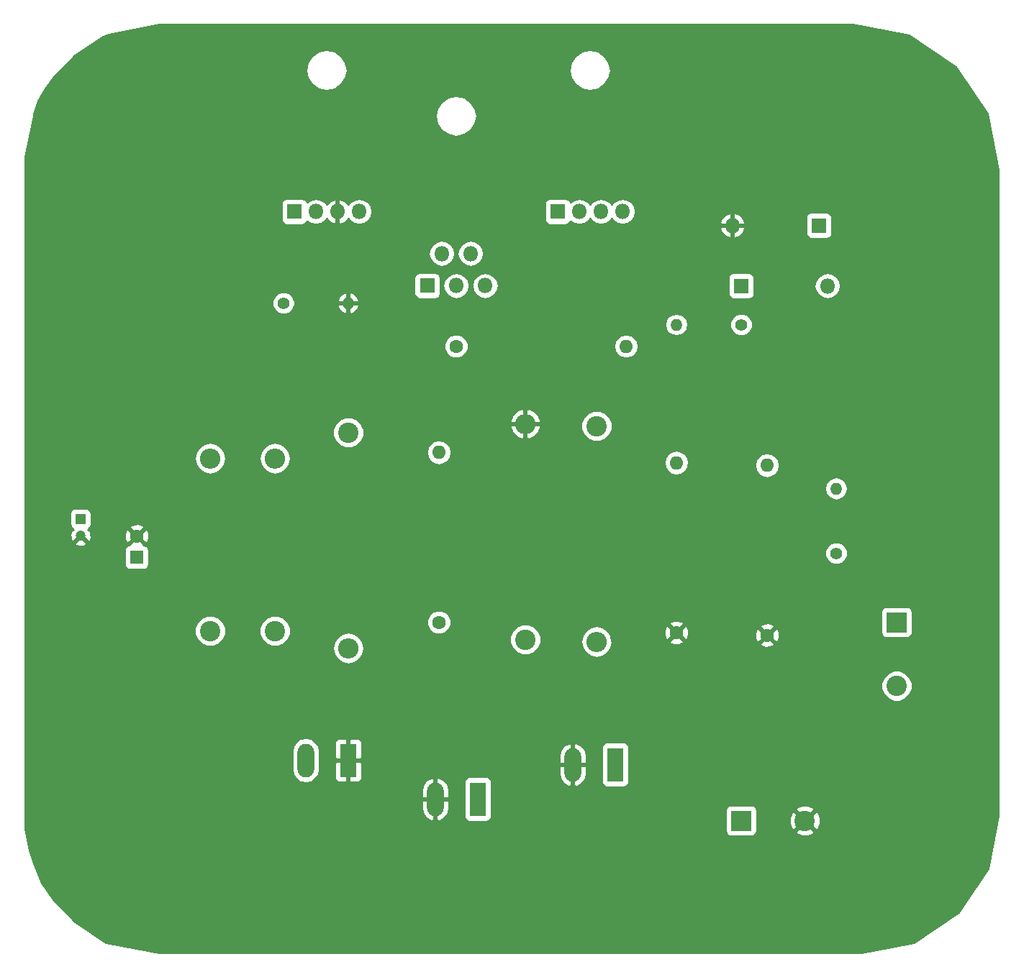
<source format=gbr>
G04 #@! TF.FileFunction,Copper,L2,Bot,Signal*
%FSLAX46Y46*%
G04 Gerber Fmt 4.6, Leading zero omitted, Abs format (unit mm)*
G04 Created by KiCad (PCBNEW 4.0.5) date 05/30/17 01:02:00*
%MOMM*%
%LPD*%
G01*
G04 APERTURE LIST*
%ADD10C,0.100000*%
%ADD11R,2.400000X2.400000*%
%ADD12C,2.400000*%
%ADD13R,1.800000X1.800000*%
%ADD14O,1.800000X1.800000*%
%ADD15C,1.600000*%
%ADD16O,1.600000X1.600000*%
%ADD17R,1.600000X1.600000*%
%ADD18R,1.980000X3.960000*%
%ADD19O,1.980000X3.960000*%
%ADD20O,2.400000X2.400000*%
%ADD21C,1.400000*%
%ADD22O,1.400000X1.400000*%
%ADD23R,1.200000X1.200000*%
%ADD24C,1.200000*%
%ADD25C,0.254000*%
G04 APERTURE END LIST*
D10*
D11*
X145288000Y-121412000D03*
D12*
X152788000Y-121412000D03*
D13*
X108360000Y-58410000D03*
D14*
X110060000Y-54610000D03*
X111760000Y-58410000D03*
X113460000Y-54610000D03*
X115160000Y-58410000D03*
D13*
X123698000Y-49680000D03*
D14*
X126238000Y-49680000D03*
X128778000Y-49680000D03*
X131318000Y-49680000D03*
D15*
X109728000Y-98044000D03*
D16*
X109728000Y-78044000D03*
D17*
X74168000Y-90384000D03*
D15*
X74168000Y-87884000D03*
X137668000Y-99248000D03*
D16*
X137668000Y-79248000D03*
D15*
X111760000Y-65532000D03*
D16*
X131760000Y-65532000D03*
D15*
X148336000Y-99568000D03*
D16*
X148336000Y-79568000D03*
D11*
X163576000Y-98044000D03*
D12*
X163576000Y-105544000D03*
D13*
X145288000Y-58420000D03*
D14*
X155448000Y-58420000D03*
D13*
X154432000Y-51308000D03*
D14*
X144272000Y-51308000D03*
D18*
X99060000Y-114300000D03*
D19*
X94060000Y-114300000D03*
D18*
X114300000Y-118872000D03*
D19*
X109300000Y-118872000D03*
D18*
X130476000Y-114808000D03*
D19*
X125476000Y-114808000D03*
D13*
X92710000Y-49680000D03*
D14*
X95250000Y-49680000D03*
X97790000Y-49680000D03*
X100330000Y-49680000D03*
D12*
X128270000Y-74930000D03*
D20*
X128270000Y-100330000D03*
D12*
X82804000Y-99060000D03*
D20*
X82804000Y-78740000D03*
D12*
X90424000Y-99060000D03*
D20*
X90424000Y-78740000D03*
D21*
X145288000Y-62992000D03*
D22*
X137668000Y-62992000D03*
D21*
X91440000Y-60452000D03*
D22*
X99060000Y-60452000D03*
D21*
X156464000Y-89916000D03*
D22*
X156464000Y-82296000D03*
D12*
X119888000Y-100076000D03*
D20*
X119888000Y-74676000D03*
D12*
X99060000Y-75692000D03*
D20*
X99060000Y-101092000D03*
D23*
X67564000Y-85852000D03*
D24*
X67564000Y-87852000D03*
D25*
G36*
X165023083Y-28946227D02*
X170556478Y-32643522D01*
X174253772Y-38176918D01*
X175566000Y-44773931D01*
X175566000Y-120834069D01*
X174331110Y-127042278D01*
X170854057Y-132246057D01*
X165650277Y-135723111D01*
X159442069Y-136958000D01*
X76777931Y-136958000D01*
X70569722Y-135723110D01*
X66908097Y-133276491D01*
X64335508Y-130703902D01*
X62995148Y-128697910D01*
X62095301Y-126448293D01*
X61590984Y-124935341D01*
X61087000Y-122415423D01*
X61087000Y-118999000D01*
X107675000Y-118999000D01*
X107675000Y-119989000D01*
X107847297Y-120601193D01*
X108240754Y-121100851D01*
X108795472Y-121411905D01*
X108921135Y-121442218D01*
X109173000Y-121322740D01*
X109173000Y-118999000D01*
X109427000Y-118999000D01*
X109427000Y-121322740D01*
X109678865Y-121442218D01*
X109804528Y-121411905D01*
X110359246Y-121100851D01*
X110752703Y-120601193D01*
X110925000Y-119989000D01*
X110925000Y-118999000D01*
X109427000Y-118999000D01*
X109173000Y-118999000D01*
X107675000Y-118999000D01*
X61087000Y-118999000D01*
X61087000Y-117755000D01*
X107675000Y-117755000D01*
X107675000Y-118745000D01*
X109173000Y-118745000D01*
X109173000Y-116421260D01*
X109427000Y-116421260D01*
X109427000Y-118745000D01*
X110925000Y-118745000D01*
X110925000Y-117755000D01*
X110752703Y-117142807D01*
X110555205Y-116892000D01*
X112662560Y-116892000D01*
X112662560Y-120852000D01*
X112706838Y-121087317D01*
X112845910Y-121303441D01*
X113058110Y-121448431D01*
X113310000Y-121499440D01*
X115290000Y-121499440D01*
X115525317Y-121455162D01*
X115741441Y-121316090D01*
X115886431Y-121103890D01*
X115937440Y-120852000D01*
X115937440Y-120212000D01*
X143440560Y-120212000D01*
X143440560Y-122612000D01*
X143484838Y-122847317D01*
X143623910Y-123063441D01*
X143836110Y-123208431D01*
X144088000Y-123259440D01*
X146488000Y-123259440D01*
X146723317Y-123215162D01*
X146939441Y-123076090D01*
X147084431Y-122863890D01*
X147115761Y-122709175D01*
X151670430Y-122709175D01*
X151793565Y-122996788D01*
X152475734Y-123256707D01*
X153205443Y-123235786D01*
X153782435Y-122996788D01*
X153905570Y-122709175D01*
X152788000Y-121591605D01*
X151670430Y-122709175D01*
X147115761Y-122709175D01*
X147135440Y-122612000D01*
X147135440Y-121099734D01*
X150943293Y-121099734D01*
X150964214Y-121829443D01*
X151203212Y-122406435D01*
X151490825Y-122529570D01*
X152608395Y-121412000D01*
X152967605Y-121412000D01*
X154085175Y-122529570D01*
X154372788Y-122406435D01*
X154632707Y-121724266D01*
X154611786Y-120994557D01*
X154372788Y-120417565D01*
X154085175Y-120294430D01*
X152967605Y-121412000D01*
X152608395Y-121412000D01*
X151490825Y-120294430D01*
X151203212Y-120417565D01*
X150943293Y-121099734D01*
X147135440Y-121099734D01*
X147135440Y-120212000D01*
X147117156Y-120114825D01*
X151670430Y-120114825D01*
X152788000Y-121232395D01*
X153905570Y-120114825D01*
X153782435Y-119827212D01*
X153100266Y-119567293D01*
X152370557Y-119588214D01*
X151793565Y-119827212D01*
X151670430Y-120114825D01*
X147117156Y-120114825D01*
X147091162Y-119976683D01*
X146952090Y-119760559D01*
X146739890Y-119615569D01*
X146488000Y-119564560D01*
X144088000Y-119564560D01*
X143852683Y-119608838D01*
X143636559Y-119747910D01*
X143491569Y-119960110D01*
X143440560Y-120212000D01*
X115937440Y-120212000D01*
X115937440Y-116892000D01*
X115893162Y-116656683D01*
X115754090Y-116440559D01*
X115541890Y-116295569D01*
X115290000Y-116244560D01*
X113310000Y-116244560D01*
X113074683Y-116288838D01*
X112858559Y-116427910D01*
X112713569Y-116640110D01*
X112662560Y-116892000D01*
X110555205Y-116892000D01*
X110359246Y-116643149D01*
X109804528Y-116332095D01*
X109678865Y-116301782D01*
X109427000Y-116421260D01*
X109173000Y-116421260D01*
X108921135Y-116301782D01*
X108795472Y-116332095D01*
X108240754Y-116643149D01*
X107847297Y-117142807D01*
X107675000Y-117755000D01*
X61087000Y-117755000D01*
X61087000Y-113258769D01*
X92435000Y-113258769D01*
X92435000Y-115341231D01*
X92558696Y-115963092D01*
X92910951Y-116490280D01*
X93438139Y-116842535D01*
X94060000Y-116966231D01*
X94681861Y-116842535D01*
X95209049Y-116490280D01*
X95561304Y-115963092D01*
X95685000Y-115341231D01*
X95685000Y-114585750D01*
X97435000Y-114585750D01*
X97435000Y-116406310D01*
X97531673Y-116639699D01*
X97710302Y-116818327D01*
X97943691Y-116915000D01*
X98774250Y-116915000D01*
X98933000Y-116756250D01*
X98933000Y-114427000D01*
X99187000Y-114427000D01*
X99187000Y-116756250D01*
X99345750Y-116915000D01*
X100176309Y-116915000D01*
X100409698Y-116818327D01*
X100588327Y-116639699D01*
X100685000Y-116406310D01*
X100685000Y-114935000D01*
X123851000Y-114935000D01*
X123851000Y-115925000D01*
X124023297Y-116537193D01*
X124416754Y-117036851D01*
X124971472Y-117347905D01*
X125097135Y-117378218D01*
X125349000Y-117258740D01*
X125349000Y-114935000D01*
X125603000Y-114935000D01*
X125603000Y-117258740D01*
X125854865Y-117378218D01*
X125980528Y-117347905D01*
X126535246Y-117036851D01*
X126928703Y-116537193D01*
X127101000Y-115925000D01*
X127101000Y-114935000D01*
X125603000Y-114935000D01*
X125349000Y-114935000D01*
X123851000Y-114935000D01*
X100685000Y-114935000D01*
X100685000Y-114585750D01*
X100526250Y-114427000D01*
X99187000Y-114427000D01*
X98933000Y-114427000D01*
X97593750Y-114427000D01*
X97435000Y-114585750D01*
X95685000Y-114585750D01*
X95685000Y-113258769D01*
X95561304Y-112636908D01*
X95265156Y-112193690D01*
X97435000Y-112193690D01*
X97435000Y-114014250D01*
X97593750Y-114173000D01*
X98933000Y-114173000D01*
X98933000Y-111843750D01*
X99187000Y-111843750D01*
X99187000Y-114173000D01*
X100526250Y-114173000D01*
X100685000Y-114014250D01*
X100685000Y-113691000D01*
X123851000Y-113691000D01*
X123851000Y-114681000D01*
X125349000Y-114681000D01*
X125349000Y-112357260D01*
X125603000Y-112357260D01*
X125603000Y-114681000D01*
X127101000Y-114681000D01*
X127101000Y-113691000D01*
X126928703Y-113078807D01*
X126731205Y-112828000D01*
X128838560Y-112828000D01*
X128838560Y-116788000D01*
X128882838Y-117023317D01*
X129021910Y-117239441D01*
X129234110Y-117384431D01*
X129486000Y-117435440D01*
X131466000Y-117435440D01*
X131701317Y-117391162D01*
X131917441Y-117252090D01*
X132062431Y-117039890D01*
X132113440Y-116788000D01*
X132113440Y-112828000D01*
X132069162Y-112592683D01*
X131930090Y-112376559D01*
X131717890Y-112231569D01*
X131466000Y-112180560D01*
X129486000Y-112180560D01*
X129250683Y-112224838D01*
X129034559Y-112363910D01*
X128889569Y-112576110D01*
X128838560Y-112828000D01*
X126731205Y-112828000D01*
X126535246Y-112579149D01*
X125980528Y-112268095D01*
X125854865Y-112237782D01*
X125603000Y-112357260D01*
X125349000Y-112357260D01*
X125097135Y-112237782D01*
X124971472Y-112268095D01*
X124416754Y-112579149D01*
X124023297Y-113078807D01*
X123851000Y-113691000D01*
X100685000Y-113691000D01*
X100685000Y-112193690D01*
X100588327Y-111960301D01*
X100409698Y-111781673D01*
X100176309Y-111685000D01*
X99345750Y-111685000D01*
X99187000Y-111843750D01*
X98933000Y-111843750D01*
X98774250Y-111685000D01*
X97943691Y-111685000D01*
X97710302Y-111781673D01*
X97531673Y-111960301D01*
X97435000Y-112193690D01*
X95265156Y-112193690D01*
X95209049Y-112109720D01*
X94681861Y-111757465D01*
X94060000Y-111633769D01*
X93438139Y-111757465D01*
X92910951Y-112109720D01*
X92558696Y-112636908D01*
X92435000Y-113258769D01*
X61087000Y-113258769D01*
X61087000Y-105907403D01*
X161740682Y-105907403D01*
X162019455Y-106582086D01*
X162535199Y-107098730D01*
X163209395Y-107378681D01*
X163939403Y-107379318D01*
X164614086Y-107100545D01*
X165130730Y-106584801D01*
X165410681Y-105910605D01*
X165411318Y-105180597D01*
X165132545Y-104505914D01*
X164616801Y-103989270D01*
X163942605Y-103709319D01*
X163212597Y-103708682D01*
X162537914Y-103987455D01*
X162021270Y-104503199D01*
X161741319Y-105177395D01*
X161740682Y-105907403D01*
X61087000Y-105907403D01*
X61087000Y-101056050D01*
X97225000Y-101056050D01*
X97225000Y-101127950D01*
X97364681Y-101830174D01*
X97762459Y-102425491D01*
X98357776Y-102823269D01*
X99060000Y-102962950D01*
X99762224Y-102823269D01*
X100357541Y-102425491D01*
X100755319Y-101830174D01*
X100895000Y-101127950D01*
X100895000Y-101056050D01*
X100772342Y-100439403D01*
X118052682Y-100439403D01*
X118331455Y-101114086D01*
X118847199Y-101630730D01*
X119521395Y-101910681D01*
X120251403Y-101911318D01*
X120926086Y-101632545D01*
X121442730Y-101116801D01*
X121722681Y-100442605D01*
X121722810Y-100294050D01*
X126435000Y-100294050D01*
X126435000Y-100365950D01*
X126574681Y-101068174D01*
X126972459Y-101663491D01*
X127567776Y-102061269D01*
X128270000Y-102200950D01*
X128972224Y-102061269D01*
X129567541Y-101663491D01*
X129965319Y-101068174D01*
X130105000Y-100365950D01*
X130105000Y-100294050D01*
X130097381Y-100255745D01*
X136839861Y-100255745D01*
X136913995Y-100501864D01*
X137451223Y-100694965D01*
X138021454Y-100667778D01*
X138243640Y-100575745D01*
X147507861Y-100575745D01*
X147581995Y-100821864D01*
X148119223Y-101014965D01*
X148689454Y-100987778D01*
X149090005Y-100821864D01*
X149164139Y-100575745D01*
X148336000Y-99747605D01*
X147507861Y-100575745D01*
X138243640Y-100575745D01*
X138422005Y-100501864D01*
X138496139Y-100255745D01*
X137668000Y-99427605D01*
X136839861Y-100255745D01*
X130097381Y-100255745D01*
X129965319Y-99591826D01*
X129590737Y-99031223D01*
X136221035Y-99031223D01*
X136248222Y-99601454D01*
X136414136Y-100002005D01*
X136660255Y-100076139D01*
X137488395Y-99248000D01*
X137847605Y-99248000D01*
X138675745Y-100076139D01*
X138921864Y-100002005D01*
X139114965Y-99464777D01*
X139109552Y-99351223D01*
X146889035Y-99351223D01*
X146916222Y-99921454D01*
X147082136Y-100322005D01*
X147328255Y-100396139D01*
X148156395Y-99568000D01*
X148515605Y-99568000D01*
X149343745Y-100396139D01*
X149589864Y-100322005D01*
X149782965Y-99784777D01*
X149755778Y-99214546D01*
X149589864Y-98813995D01*
X149343745Y-98739861D01*
X148515605Y-99568000D01*
X148156395Y-99568000D01*
X147328255Y-98739861D01*
X147082136Y-98813995D01*
X146889035Y-99351223D01*
X139109552Y-99351223D01*
X139087778Y-98894546D01*
X138949310Y-98560255D01*
X147507861Y-98560255D01*
X148336000Y-99388395D01*
X149164139Y-98560255D01*
X149090005Y-98314136D01*
X148552777Y-98121035D01*
X147982546Y-98148222D01*
X147581995Y-98314136D01*
X147507861Y-98560255D01*
X138949310Y-98560255D01*
X138921864Y-98493995D01*
X138675745Y-98419861D01*
X137847605Y-99248000D01*
X137488395Y-99248000D01*
X136660255Y-98419861D01*
X136414136Y-98493995D01*
X136221035Y-99031223D01*
X129590737Y-99031223D01*
X129567541Y-98996509D01*
X128972224Y-98598731D01*
X128270000Y-98459050D01*
X127567776Y-98598731D01*
X126972459Y-98996509D01*
X126574681Y-99591826D01*
X126435000Y-100294050D01*
X121722810Y-100294050D01*
X121723318Y-99712597D01*
X121444545Y-99037914D01*
X120928801Y-98521270D01*
X120254605Y-98241319D01*
X119524597Y-98240682D01*
X118849914Y-98519455D01*
X118333270Y-99035199D01*
X118053319Y-99709395D01*
X118052682Y-100439403D01*
X100772342Y-100439403D01*
X100755319Y-100353826D01*
X100357541Y-99758509D01*
X99762224Y-99360731D01*
X99060000Y-99221050D01*
X98357776Y-99360731D01*
X97762459Y-99758509D01*
X97364681Y-100353826D01*
X97225000Y-101056050D01*
X61087000Y-101056050D01*
X61087000Y-99423403D01*
X80968682Y-99423403D01*
X81247455Y-100098086D01*
X81763199Y-100614730D01*
X82437395Y-100894681D01*
X83167403Y-100895318D01*
X83842086Y-100616545D01*
X84358730Y-100100801D01*
X84638681Y-99426605D01*
X84638683Y-99423403D01*
X88588682Y-99423403D01*
X88867455Y-100098086D01*
X89383199Y-100614730D01*
X90057395Y-100894681D01*
X90787403Y-100895318D01*
X91462086Y-100616545D01*
X91978730Y-100100801D01*
X92258681Y-99426605D01*
X92259318Y-98696597D01*
X92107095Y-98328187D01*
X108292752Y-98328187D01*
X108510757Y-98855800D01*
X108914077Y-99259824D01*
X109441309Y-99478750D01*
X110012187Y-99479248D01*
X110539800Y-99261243D01*
X110943824Y-98857923D01*
X111162750Y-98330691D01*
X111162828Y-98240255D01*
X136839861Y-98240255D01*
X137668000Y-99068395D01*
X138496139Y-98240255D01*
X138422005Y-97994136D01*
X137884777Y-97801035D01*
X137314546Y-97828222D01*
X136913995Y-97994136D01*
X136839861Y-98240255D01*
X111162828Y-98240255D01*
X111163248Y-97759813D01*
X110945243Y-97232200D01*
X110557720Y-96844000D01*
X161728560Y-96844000D01*
X161728560Y-99244000D01*
X161772838Y-99479317D01*
X161911910Y-99695441D01*
X162124110Y-99840431D01*
X162376000Y-99891440D01*
X164776000Y-99891440D01*
X165011317Y-99847162D01*
X165227441Y-99708090D01*
X165372431Y-99495890D01*
X165423440Y-99244000D01*
X165423440Y-96844000D01*
X165379162Y-96608683D01*
X165240090Y-96392559D01*
X165027890Y-96247569D01*
X164776000Y-96196560D01*
X162376000Y-96196560D01*
X162140683Y-96240838D01*
X161924559Y-96379910D01*
X161779569Y-96592110D01*
X161728560Y-96844000D01*
X110557720Y-96844000D01*
X110541923Y-96828176D01*
X110014691Y-96609250D01*
X109443813Y-96608752D01*
X108916200Y-96826757D01*
X108512176Y-97230077D01*
X108293250Y-97757309D01*
X108292752Y-98328187D01*
X92107095Y-98328187D01*
X91980545Y-98021914D01*
X91464801Y-97505270D01*
X90790605Y-97225319D01*
X90060597Y-97224682D01*
X89385914Y-97503455D01*
X88869270Y-98019199D01*
X88589319Y-98693395D01*
X88588682Y-99423403D01*
X84638683Y-99423403D01*
X84639318Y-98696597D01*
X84360545Y-98021914D01*
X83844801Y-97505270D01*
X83170605Y-97225319D01*
X82440597Y-97224682D01*
X81765914Y-97503455D01*
X81249270Y-98019199D01*
X80969319Y-98693395D01*
X80968682Y-99423403D01*
X61087000Y-99423403D01*
X61087000Y-89584000D01*
X72720560Y-89584000D01*
X72720560Y-91184000D01*
X72764838Y-91419317D01*
X72903910Y-91635441D01*
X73116110Y-91780431D01*
X73368000Y-91831440D01*
X74968000Y-91831440D01*
X75203317Y-91787162D01*
X75419441Y-91648090D01*
X75564431Y-91435890D01*
X75615440Y-91184000D01*
X75615440Y-90180383D01*
X155128769Y-90180383D01*
X155331582Y-90671229D01*
X155706796Y-91047098D01*
X156197287Y-91250768D01*
X156728383Y-91251231D01*
X157219229Y-91048418D01*
X157595098Y-90673204D01*
X157798768Y-90182713D01*
X157799231Y-89651617D01*
X157596418Y-89160771D01*
X157221204Y-88784902D01*
X156730713Y-88581232D01*
X156199617Y-88580769D01*
X155708771Y-88783582D01*
X155332902Y-89158796D01*
X155129232Y-89649287D01*
X155128769Y-90180383D01*
X75615440Y-90180383D01*
X75615440Y-89584000D01*
X75571162Y-89348683D01*
X75432090Y-89132559D01*
X75219890Y-88987569D01*
X74981799Y-88939354D01*
X74996139Y-88891745D01*
X74168000Y-88063605D01*
X73339861Y-88891745D01*
X73354145Y-88939167D01*
X73132683Y-88980838D01*
X72916559Y-89119910D01*
X72771569Y-89332110D01*
X72720560Y-89584000D01*
X61087000Y-89584000D01*
X61087000Y-88714735D01*
X66880870Y-88714735D01*
X66930383Y-88940164D01*
X67395036Y-89099807D01*
X67885413Y-89069482D01*
X68197617Y-88940164D01*
X68247130Y-88714735D01*
X67564000Y-88031605D01*
X66880870Y-88714735D01*
X61087000Y-88714735D01*
X61087000Y-87683036D01*
X66316193Y-87683036D01*
X66346518Y-88173413D01*
X66475836Y-88485617D01*
X66701265Y-88535130D01*
X67384395Y-87852000D01*
X67370253Y-87837858D01*
X67549858Y-87658253D01*
X67564000Y-87672395D01*
X67578143Y-87658253D01*
X67757748Y-87837858D01*
X67743605Y-87852000D01*
X68426735Y-88535130D01*
X68652164Y-88485617D01*
X68811807Y-88020964D01*
X68789932Y-87667223D01*
X72721035Y-87667223D01*
X72748222Y-88237454D01*
X72914136Y-88638005D01*
X73160255Y-88712139D01*
X73988395Y-87884000D01*
X74347605Y-87884000D01*
X75175745Y-88712139D01*
X75421864Y-88638005D01*
X75614965Y-88100777D01*
X75587778Y-87530546D01*
X75421864Y-87129995D01*
X75175745Y-87055861D01*
X74347605Y-87884000D01*
X73988395Y-87884000D01*
X73160255Y-87055861D01*
X72914136Y-87129995D01*
X72721035Y-87667223D01*
X68789932Y-87667223D01*
X68781482Y-87530587D01*
X68652164Y-87218383D01*
X68426737Y-87168871D01*
X68542430Y-87053178D01*
X68487603Y-86998351D01*
X68615441Y-86916090D01*
X68642659Y-86876255D01*
X73339861Y-86876255D01*
X74168000Y-87704395D01*
X74996139Y-86876255D01*
X74922005Y-86630136D01*
X74384777Y-86437035D01*
X73814546Y-86464222D01*
X73413995Y-86630136D01*
X73339861Y-86876255D01*
X68642659Y-86876255D01*
X68760431Y-86703890D01*
X68811440Y-86452000D01*
X68811440Y-85252000D01*
X68767162Y-85016683D01*
X68628090Y-84800559D01*
X68415890Y-84655569D01*
X68164000Y-84604560D01*
X66964000Y-84604560D01*
X66728683Y-84648838D01*
X66512559Y-84787910D01*
X66367569Y-85000110D01*
X66316560Y-85252000D01*
X66316560Y-86452000D01*
X66360838Y-86687317D01*
X66499910Y-86903441D01*
X66639755Y-86998993D01*
X66585570Y-87053178D01*
X66701263Y-87168871D01*
X66475836Y-87218383D01*
X66316193Y-87683036D01*
X61087000Y-87683036D01*
X61087000Y-82269846D01*
X155129000Y-82269846D01*
X155129000Y-82322154D01*
X155230621Y-82833036D01*
X155520012Y-83266142D01*
X155953118Y-83555533D01*
X156464000Y-83657154D01*
X156974882Y-83555533D01*
X157407988Y-83266142D01*
X157697379Y-82833036D01*
X157799000Y-82322154D01*
X157799000Y-82269846D01*
X157697379Y-81758964D01*
X157407988Y-81325858D01*
X156974882Y-81036467D01*
X156464000Y-80934846D01*
X155953118Y-81036467D01*
X155520012Y-81325858D01*
X155230621Y-81758964D01*
X155129000Y-82269846D01*
X61087000Y-82269846D01*
X61087000Y-78704050D01*
X80969000Y-78704050D01*
X80969000Y-78775950D01*
X81108681Y-79478174D01*
X81506459Y-80073491D01*
X82101776Y-80471269D01*
X82804000Y-80610950D01*
X83506224Y-80471269D01*
X84101541Y-80073491D01*
X84499319Y-79478174D01*
X84639000Y-78775950D01*
X84639000Y-78704050D01*
X88589000Y-78704050D01*
X88589000Y-78775950D01*
X88728681Y-79478174D01*
X89126459Y-80073491D01*
X89721776Y-80471269D01*
X90424000Y-80610950D01*
X91126224Y-80471269D01*
X91721541Y-80073491D01*
X92119319Y-79478174D01*
X92259000Y-78775950D01*
X92259000Y-78704050D01*
X92122116Y-78015887D01*
X108293000Y-78015887D01*
X108293000Y-78072113D01*
X108402233Y-78621264D01*
X108713302Y-79086811D01*
X109178849Y-79397880D01*
X109728000Y-79507113D01*
X110277151Y-79397880D01*
X110543535Y-79219887D01*
X136233000Y-79219887D01*
X136233000Y-79276113D01*
X136342233Y-79825264D01*
X136653302Y-80290811D01*
X137118849Y-80601880D01*
X137668000Y-80711113D01*
X138217151Y-80601880D01*
X138682698Y-80290811D01*
X138993767Y-79825264D01*
X139050532Y-79539887D01*
X146901000Y-79539887D01*
X146901000Y-79596113D01*
X147010233Y-80145264D01*
X147321302Y-80610811D01*
X147786849Y-80921880D01*
X148336000Y-81031113D01*
X148885151Y-80921880D01*
X149350698Y-80610811D01*
X149661767Y-80145264D01*
X149771000Y-79596113D01*
X149771000Y-79539887D01*
X149661767Y-78990736D01*
X149350698Y-78525189D01*
X148885151Y-78214120D01*
X148336000Y-78104887D01*
X147786849Y-78214120D01*
X147321302Y-78525189D01*
X147010233Y-78990736D01*
X146901000Y-79539887D01*
X139050532Y-79539887D01*
X139103000Y-79276113D01*
X139103000Y-79219887D01*
X138993767Y-78670736D01*
X138682698Y-78205189D01*
X138217151Y-77894120D01*
X137668000Y-77784887D01*
X137118849Y-77894120D01*
X136653302Y-78205189D01*
X136342233Y-78670736D01*
X136233000Y-79219887D01*
X110543535Y-79219887D01*
X110742698Y-79086811D01*
X111053767Y-78621264D01*
X111163000Y-78072113D01*
X111163000Y-78015887D01*
X111053767Y-77466736D01*
X110742698Y-77001189D01*
X110277151Y-76690120D01*
X109728000Y-76580887D01*
X109178849Y-76690120D01*
X108713302Y-77001189D01*
X108402233Y-77466736D01*
X108293000Y-78015887D01*
X92122116Y-78015887D01*
X92119319Y-78001826D01*
X91721541Y-77406509D01*
X91126224Y-77008731D01*
X90424000Y-76869050D01*
X89721776Y-77008731D01*
X89126459Y-77406509D01*
X88728681Y-78001826D01*
X88589000Y-78704050D01*
X84639000Y-78704050D01*
X84499319Y-78001826D01*
X84101541Y-77406509D01*
X83506224Y-77008731D01*
X82804000Y-76869050D01*
X82101776Y-77008731D01*
X81506459Y-77406509D01*
X81108681Y-78001826D01*
X80969000Y-78704050D01*
X61087000Y-78704050D01*
X61087000Y-76055403D01*
X97224682Y-76055403D01*
X97503455Y-76730086D01*
X98019199Y-77246730D01*
X98693395Y-77526681D01*
X99423403Y-77527318D01*
X100098086Y-77248545D01*
X100614730Y-76732801D01*
X100894681Y-76058605D01*
X100895318Y-75328597D01*
X100795826Y-75087807D01*
X118099797Y-75087807D01*
X118393508Y-75740776D01*
X118914742Y-76231642D01*
X119476195Y-76464195D01*
X119761000Y-76347432D01*
X119761000Y-74803000D01*
X120015000Y-74803000D01*
X120015000Y-76347432D01*
X120299805Y-76464195D01*
X120861258Y-76231642D01*
X121382492Y-75740776D01*
X121583724Y-75293403D01*
X126434682Y-75293403D01*
X126713455Y-75968086D01*
X127229199Y-76484730D01*
X127903395Y-76764681D01*
X128633403Y-76765318D01*
X129308086Y-76486545D01*
X129824730Y-75970801D01*
X130104681Y-75296605D01*
X130105318Y-74566597D01*
X129826545Y-73891914D01*
X129310801Y-73375270D01*
X128636605Y-73095319D01*
X127906597Y-73094682D01*
X127231914Y-73373455D01*
X126715270Y-73889199D01*
X126435319Y-74563395D01*
X126434682Y-75293403D01*
X121583724Y-75293403D01*
X121676203Y-75087807D01*
X121559858Y-74803000D01*
X120015000Y-74803000D01*
X119761000Y-74803000D01*
X118216142Y-74803000D01*
X118099797Y-75087807D01*
X100795826Y-75087807D01*
X100616545Y-74653914D01*
X100227503Y-74264193D01*
X118099797Y-74264193D01*
X118216142Y-74549000D01*
X119761000Y-74549000D01*
X119761000Y-73004568D01*
X120015000Y-73004568D01*
X120015000Y-74549000D01*
X121559858Y-74549000D01*
X121676203Y-74264193D01*
X121382492Y-73611224D01*
X120861258Y-73120358D01*
X120299805Y-72887805D01*
X120015000Y-73004568D01*
X119761000Y-73004568D01*
X119476195Y-72887805D01*
X118914742Y-73120358D01*
X118393508Y-73611224D01*
X118099797Y-74264193D01*
X100227503Y-74264193D01*
X100100801Y-74137270D01*
X99426605Y-73857319D01*
X98696597Y-73856682D01*
X98021914Y-74135455D01*
X97505270Y-74651199D01*
X97225319Y-75325395D01*
X97224682Y-76055403D01*
X61087000Y-76055403D01*
X61087000Y-65816187D01*
X110324752Y-65816187D01*
X110542757Y-66343800D01*
X110946077Y-66747824D01*
X111473309Y-66966750D01*
X112044187Y-66967248D01*
X112571800Y-66749243D01*
X112975824Y-66345923D01*
X113194750Y-65818691D01*
X113195000Y-65532000D01*
X130296887Y-65532000D01*
X130406120Y-66081151D01*
X130717189Y-66546698D01*
X131182736Y-66857767D01*
X131731887Y-66967000D01*
X131788113Y-66967000D01*
X132337264Y-66857767D01*
X132802811Y-66546698D01*
X133113880Y-66081151D01*
X133223113Y-65532000D01*
X133113880Y-64982849D01*
X132802811Y-64517302D01*
X132337264Y-64206233D01*
X131788113Y-64097000D01*
X131731887Y-64097000D01*
X131182736Y-64206233D01*
X130717189Y-64517302D01*
X130406120Y-64982849D01*
X130296887Y-65532000D01*
X113195000Y-65532000D01*
X113195248Y-65247813D01*
X112977243Y-64720200D01*
X112573923Y-64316176D01*
X112046691Y-64097250D01*
X111475813Y-64096752D01*
X110948200Y-64314757D01*
X110544176Y-64718077D01*
X110325250Y-65245309D01*
X110324752Y-65816187D01*
X61087000Y-65816187D01*
X61087000Y-62992000D01*
X136306846Y-62992000D01*
X136408467Y-63502882D01*
X136697858Y-63935988D01*
X137130964Y-64225379D01*
X137641846Y-64327000D01*
X137694154Y-64327000D01*
X138205036Y-64225379D01*
X138638142Y-63935988D01*
X138927533Y-63502882D01*
X138976564Y-63256383D01*
X143952769Y-63256383D01*
X144155582Y-63747229D01*
X144530796Y-64123098D01*
X145021287Y-64326768D01*
X145552383Y-64327231D01*
X146043229Y-64124418D01*
X146419098Y-63749204D01*
X146622768Y-63258713D01*
X146623231Y-62727617D01*
X146420418Y-62236771D01*
X146045204Y-61860902D01*
X145554713Y-61657232D01*
X145023617Y-61656769D01*
X144532771Y-61859582D01*
X144156902Y-62234796D01*
X143953232Y-62725287D01*
X143952769Y-63256383D01*
X138976564Y-63256383D01*
X139029154Y-62992000D01*
X138927533Y-62481118D01*
X138638142Y-62048012D01*
X138205036Y-61758621D01*
X137694154Y-61657000D01*
X137641846Y-61657000D01*
X137130964Y-61758621D01*
X136697858Y-62048012D01*
X136408467Y-62481118D01*
X136306846Y-62992000D01*
X61087000Y-62992000D01*
X61087000Y-60716383D01*
X90104769Y-60716383D01*
X90307582Y-61207229D01*
X90682796Y-61583098D01*
X91173287Y-61786768D01*
X91704383Y-61787231D01*
X92195229Y-61584418D01*
X92571098Y-61209204D01*
X92747106Y-60785329D01*
X97767284Y-60785329D01*
X97910203Y-61130396D01*
X98257337Y-61518764D01*
X98726669Y-61744727D01*
X98933000Y-61622206D01*
X98933000Y-60579000D01*
X99187000Y-60579000D01*
X99187000Y-61622206D01*
X99393331Y-61744727D01*
X99862663Y-61518764D01*
X100209797Y-61130396D01*
X100352716Y-60785329D01*
X100229374Y-60579000D01*
X99187000Y-60579000D01*
X98933000Y-60579000D01*
X97890626Y-60579000D01*
X97767284Y-60785329D01*
X92747106Y-60785329D01*
X92774768Y-60718713D01*
X92775231Y-60187617D01*
X92746744Y-60118671D01*
X97767284Y-60118671D01*
X97890626Y-60325000D01*
X98933000Y-60325000D01*
X98933000Y-59281794D01*
X99187000Y-59281794D01*
X99187000Y-60325000D01*
X100229374Y-60325000D01*
X100352716Y-60118671D01*
X100209797Y-59773604D01*
X99862663Y-59385236D01*
X99393331Y-59159273D01*
X99187000Y-59281794D01*
X98933000Y-59281794D01*
X98726669Y-59159273D01*
X98257337Y-59385236D01*
X97910203Y-59773604D01*
X97767284Y-60118671D01*
X92746744Y-60118671D01*
X92572418Y-59696771D01*
X92197204Y-59320902D01*
X91706713Y-59117232D01*
X91175617Y-59116769D01*
X90684771Y-59319582D01*
X90308902Y-59694796D01*
X90105232Y-60185287D01*
X90104769Y-60716383D01*
X61087000Y-60716383D01*
X61087000Y-57510000D01*
X106812560Y-57510000D01*
X106812560Y-59310000D01*
X106856838Y-59545317D01*
X106995910Y-59761441D01*
X107208110Y-59906431D01*
X107460000Y-59957440D01*
X109260000Y-59957440D01*
X109495317Y-59913162D01*
X109711441Y-59774090D01*
X109856431Y-59561890D01*
X109907440Y-59310000D01*
X109907440Y-58410000D01*
X110194928Y-58410000D01*
X110311773Y-58997419D01*
X110644519Y-59495409D01*
X111142509Y-59828155D01*
X111729928Y-59945000D01*
X111790072Y-59945000D01*
X112377491Y-59828155D01*
X112875481Y-59495409D01*
X113208227Y-58997419D01*
X113325072Y-58410000D01*
X113594928Y-58410000D01*
X113711773Y-58997419D01*
X114044519Y-59495409D01*
X114542509Y-59828155D01*
X115129928Y-59945000D01*
X115190072Y-59945000D01*
X115777491Y-59828155D01*
X116275481Y-59495409D01*
X116608227Y-58997419D01*
X116725072Y-58410000D01*
X116608227Y-57822581D01*
X116406050Y-57520000D01*
X143740560Y-57520000D01*
X143740560Y-59320000D01*
X143784838Y-59555317D01*
X143923910Y-59771441D01*
X144136110Y-59916431D01*
X144388000Y-59967440D01*
X146188000Y-59967440D01*
X146423317Y-59923162D01*
X146639441Y-59784090D01*
X146784431Y-59571890D01*
X146835440Y-59320000D01*
X146835440Y-58420000D01*
X153882928Y-58420000D01*
X153999773Y-59007419D01*
X154332519Y-59505409D01*
X154830509Y-59838155D01*
X155417928Y-59955000D01*
X155478072Y-59955000D01*
X156065491Y-59838155D01*
X156563481Y-59505409D01*
X156896227Y-59007419D01*
X157013072Y-58420000D01*
X156896227Y-57832581D01*
X156563481Y-57334591D01*
X156065491Y-57001845D01*
X155478072Y-56885000D01*
X155417928Y-56885000D01*
X154830509Y-57001845D01*
X154332519Y-57334591D01*
X153999773Y-57832581D01*
X153882928Y-58420000D01*
X146835440Y-58420000D01*
X146835440Y-57520000D01*
X146791162Y-57284683D01*
X146652090Y-57068559D01*
X146439890Y-56923569D01*
X146188000Y-56872560D01*
X144388000Y-56872560D01*
X144152683Y-56916838D01*
X143936559Y-57055910D01*
X143791569Y-57268110D01*
X143740560Y-57520000D01*
X116406050Y-57520000D01*
X116275481Y-57324591D01*
X115777491Y-56991845D01*
X115190072Y-56875000D01*
X115129928Y-56875000D01*
X114542509Y-56991845D01*
X114044519Y-57324591D01*
X113711773Y-57822581D01*
X113594928Y-58410000D01*
X113325072Y-58410000D01*
X113208227Y-57822581D01*
X112875481Y-57324591D01*
X112377491Y-56991845D01*
X111790072Y-56875000D01*
X111729928Y-56875000D01*
X111142509Y-56991845D01*
X110644519Y-57324591D01*
X110311773Y-57822581D01*
X110194928Y-58410000D01*
X109907440Y-58410000D01*
X109907440Y-57510000D01*
X109863162Y-57274683D01*
X109724090Y-57058559D01*
X109511890Y-56913569D01*
X109260000Y-56862560D01*
X107460000Y-56862560D01*
X107224683Y-56906838D01*
X107008559Y-57045910D01*
X106863569Y-57258110D01*
X106812560Y-57510000D01*
X61087000Y-57510000D01*
X61087000Y-54610000D01*
X108494928Y-54610000D01*
X108611773Y-55197419D01*
X108944519Y-55695409D01*
X109442509Y-56028155D01*
X110029928Y-56145000D01*
X110090072Y-56145000D01*
X110677491Y-56028155D01*
X111175481Y-55695409D01*
X111508227Y-55197419D01*
X111625072Y-54610000D01*
X111894928Y-54610000D01*
X112011773Y-55197419D01*
X112344519Y-55695409D01*
X112842509Y-56028155D01*
X113429928Y-56145000D01*
X113490072Y-56145000D01*
X114077491Y-56028155D01*
X114575481Y-55695409D01*
X114908227Y-55197419D01*
X115025072Y-54610000D01*
X114908227Y-54022581D01*
X114575481Y-53524591D01*
X114077491Y-53191845D01*
X113490072Y-53075000D01*
X113429928Y-53075000D01*
X112842509Y-53191845D01*
X112344519Y-53524591D01*
X112011773Y-54022581D01*
X111894928Y-54610000D01*
X111625072Y-54610000D01*
X111508227Y-54022581D01*
X111175481Y-53524591D01*
X110677491Y-53191845D01*
X110090072Y-53075000D01*
X110029928Y-53075000D01*
X109442509Y-53191845D01*
X108944519Y-53524591D01*
X108611773Y-54022581D01*
X108494928Y-54610000D01*
X61087000Y-54610000D01*
X61087000Y-51672740D01*
X142780964Y-51672740D01*
X142959760Y-52104417D01*
X143364424Y-52545966D01*
X143907258Y-52799046D01*
X144145000Y-52678997D01*
X144145000Y-51435000D01*
X144399000Y-51435000D01*
X144399000Y-52678997D01*
X144636742Y-52799046D01*
X145179576Y-52545966D01*
X145584240Y-52104417D01*
X145763036Y-51672740D01*
X145642378Y-51435000D01*
X144399000Y-51435000D01*
X144145000Y-51435000D01*
X142901622Y-51435000D01*
X142780964Y-51672740D01*
X61087000Y-51672740D01*
X61087000Y-48780000D01*
X91162560Y-48780000D01*
X91162560Y-50580000D01*
X91206838Y-50815317D01*
X91345910Y-51031441D01*
X91558110Y-51176431D01*
X91810000Y-51227440D01*
X93610000Y-51227440D01*
X93845317Y-51183162D01*
X94061441Y-51044090D01*
X94206431Y-50831890D01*
X94209719Y-50815656D01*
X94632509Y-51098155D01*
X95219928Y-51215000D01*
X95280072Y-51215000D01*
X95867491Y-51098155D01*
X96365481Y-50765409D01*
X96524501Y-50527418D01*
X96882424Y-50917966D01*
X97425258Y-51171046D01*
X97663000Y-51050997D01*
X97663000Y-49807000D01*
X97643000Y-49807000D01*
X97643000Y-49553000D01*
X97663000Y-49553000D01*
X97663000Y-48309003D01*
X97917000Y-48309003D01*
X97917000Y-49553000D01*
X97937000Y-49553000D01*
X97937000Y-49807000D01*
X97917000Y-49807000D01*
X97917000Y-51050997D01*
X98154742Y-51171046D01*
X98697576Y-50917966D01*
X99055499Y-50527418D01*
X99214519Y-50765409D01*
X99712509Y-51098155D01*
X100299928Y-51215000D01*
X100360072Y-51215000D01*
X100947491Y-51098155D01*
X101445481Y-50765409D01*
X101778227Y-50267419D01*
X101895072Y-49680000D01*
X101778227Y-49092581D01*
X101569368Y-48780000D01*
X122150560Y-48780000D01*
X122150560Y-50580000D01*
X122194838Y-50815317D01*
X122333910Y-51031441D01*
X122546110Y-51176431D01*
X122798000Y-51227440D01*
X124598000Y-51227440D01*
X124833317Y-51183162D01*
X125049441Y-51044090D01*
X125194431Y-50831890D01*
X125197719Y-50815656D01*
X125620509Y-51098155D01*
X126207928Y-51215000D01*
X126268072Y-51215000D01*
X126855491Y-51098155D01*
X127353481Y-50765409D01*
X127508000Y-50534155D01*
X127662519Y-50765409D01*
X128160509Y-51098155D01*
X128747928Y-51215000D01*
X128808072Y-51215000D01*
X129395491Y-51098155D01*
X129893481Y-50765409D01*
X130048000Y-50534155D01*
X130202519Y-50765409D01*
X130700509Y-51098155D01*
X131287928Y-51215000D01*
X131348072Y-51215000D01*
X131935491Y-51098155D01*
X132167307Y-50943260D01*
X142780964Y-50943260D01*
X142901622Y-51181000D01*
X144145000Y-51181000D01*
X144145000Y-49937003D01*
X144399000Y-49937003D01*
X144399000Y-51181000D01*
X145642378Y-51181000D01*
X145763036Y-50943260D01*
X145584240Y-50511583D01*
X145489310Y-50408000D01*
X152884560Y-50408000D01*
X152884560Y-52208000D01*
X152928838Y-52443317D01*
X153067910Y-52659441D01*
X153280110Y-52804431D01*
X153532000Y-52855440D01*
X155332000Y-52855440D01*
X155567317Y-52811162D01*
X155783441Y-52672090D01*
X155928431Y-52459890D01*
X155979440Y-52208000D01*
X155979440Y-50408000D01*
X155935162Y-50172683D01*
X155796090Y-49956559D01*
X155583890Y-49811569D01*
X155332000Y-49760560D01*
X153532000Y-49760560D01*
X153296683Y-49804838D01*
X153080559Y-49943910D01*
X152935569Y-50156110D01*
X152884560Y-50408000D01*
X145489310Y-50408000D01*
X145179576Y-50070034D01*
X144636742Y-49816954D01*
X144399000Y-49937003D01*
X144145000Y-49937003D01*
X143907258Y-49816954D01*
X143364424Y-50070034D01*
X142959760Y-50511583D01*
X142780964Y-50943260D01*
X132167307Y-50943260D01*
X132433481Y-50765409D01*
X132766227Y-50267419D01*
X132883072Y-49680000D01*
X132766227Y-49092581D01*
X132433481Y-48594591D01*
X131935491Y-48261845D01*
X131348072Y-48145000D01*
X131287928Y-48145000D01*
X130700509Y-48261845D01*
X130202519Y-48594591D01*
X130048000Y-48825845D01*
X129893481Y-48594591D01*
X129395491Y-48261845D01*
X128808072Y-48145000D01*
X128747928Y-48145000D01*
X128160509Y-48261845D01*
X127662519Y-48594591D01*
X127508000Y-48825845D01*
X127353481Y-48594591D01*
X126855491Y-48261845D01*
X126268072Y-48145000D01*
X126207928Y-48145000D01*
X125620509Y-48261845D01*
X125199974Y-48542837D01*
X125062090Y-48328559D01*
X124849890Y-48183569D01*
X124598000Y-48132560D01*
X122798000Y-48132560D01*
X122562683Y-48176838D01*
X122346559Y-48315910D01*
X122201569Y-48528110D01*
X122150560Y-48780000D01*
X101569368Y-48780000D01*
X101445481Y-48594591D01*
X100947491Y-48261845D01*
X100360072Y-48145000D01*
X100299928Y-48145000D01*
X99712509Y-48261845D01*
X99214519Y-48594591D01*
X99055499Y-48832582D01*
X98697576Y-48442034D01*
X98154742Y-48188954D01*
X97917000Y-48309003D01*
X97663000Y-48309003D01*
X97425258Y-48188954D01*
X96882424Y-48442034D01*
X96524501Y-48832582D01*
X96365481Y-48594591D01*
X95867491Y-48261845D01*
X95280072Y-48145000D01*
X95219928Y-48145000D01*
X94632509Y-48261845D01*
X94211974Y-48542837D01*
X94074090Y-48328559D01*
X93861890Y-48183569D01*
X93610000Y-48132560D01*
X91810000Y-48132560D01*
X91574683Y-48176838D01*
X91358559Y-48315910D01*
X91213569Y-48528110D01*
X91162560Y-48780000D01*
X61087000Y-48780000D01*
X61087000Y-43192577D01*
X62039515Y-38430000D01*
X109328275Y-38430000D01*
X109509822Y-39342700D01*
X110026825Y-40116450D01*
X110800575Y-40633453D01*
X111713275Y-40815000D01*
X111806725Y-40815000D01*
X112719425Y-40633453D01*
X113493175Y-40116450D01*
X114010178Y-39342700D01*
X114191725Y-38430000D01*
X114010178Y-37517300D01*
X113493175Y-36743550D01*
X112719425Y-36226547D01*
X111806725Y-36045000D01*
X111713275Y-36045000D01*
X110800575Y-36226547D01*
X110026825Y-36743550D01*
X109509822Y-37517300D01*
X109328275Y-38430000D01*
X62039515Y-38430000D01*
X62098984Y-38132659D01*
X62600074Y-36629387D01*
X63446995Y-35217852D01*
X64335508Y-33888098D01*
X65203606Y-33020000D01*
X94088275Y-33020000D01*
X94269822Y-33932700D01*
X94786825Y-34706450D01*
X95560575Y-35223453D01*
X96473275Y-35405000D01*
X96566725Y-35405000D01*
X97479425Y-35223453D01*
X98253175Y-34706450D01*
X98770178Y-33932700D01*
X98951725Y-33020000D01*
X125076275Y-33020000D01*
X125257822Y-33932700D01*
X125774825Y-34706450D01*
X126548575Y-35223453D01*
X127461275Y-35405000D01*
X127554725Y-35405000D01*
X128467425Y-35223453D01*
X129241175Y-34706450D01*
X129758178Y-33932700D01*
X129939725Y-33020000D01*
X129758178Y-32107300D01*
X129241175Y-31333550D01*
X128467425Y-30816547D01*
X127554725Y-30635000D01*
X127461275Y-30635000D01*
X126548575Y-30816547D01*
X125774825Y-31333550D01*
X125257822Y-32107300D01*
X125076275Y-33020000D01*
X98951725Y-33020000D01*
X98770178Y-32107300D01*
X98253175Y-31333550D01*
X97479425Y-30816547D01*
X96566725Y-30635000D01*
X96473275Y-30635000D01*
X95560575Y-30816547D01*
X94786825Y-31333550D01*
X94269822Y-32107300D01*
X94088275Y-33020000D01*
X65203606Y-33020000D01*
X66908097Y-31315509D01*
X70232065Y-29094505D01*
X70877402Y-28807689D01*
X76777931Y-27634000D01*
X158426069Y-27634000D01*
X165023083Y-28946227D01*
X165023083Y-28946227D01*
G37*
X165023083Y-28946227D02*
X170556478Y-32643522D01*
X174253772Y-38176918D01*
X175566000Y-44773931D01*
X175566000Y-120834069D01*
X174331110Y-127042278D01*
X170854057Y-132246057D01*
X165650277Y-135723111D01*
X159442069Y-136958000D01*
X76777931Y-136958000D01*
X70569722Y-135723110D01*
X66908097Y-133276491D01*
X64335508Y-130703902D01*
X62995148Y-128697910D01*
X62095301Y-126448293D01*
X61590984Y-124935341D01*
X61087000Y-122415423D01*
X61087000Y-118999000D01*
X107675000Y-118999000D01*
X107675000Y-119989000D01*
X107847297Y-120601193D01*
X108240754Y-121100851D01*
X108795472Y-121411905D01*
X108921135Y-121442218D01*
X109173000Y-121322740D01*
X109173000Y-118999000D01*
X109427000Y-118999000D01*
X109427000Y-121322740D01*
X109678865Y-121442218D01*
X109804528Y-121411905D01*
X110359246Y-121100851D01*
X110752703Y-120601193D01*
X110925000Y-119989000D01*
X110925000Y-118999000D01*
X109427000Y-118999000D01*
X109173000Y-118999000D01*
X107675000Y-118999000D01*
X61087000Y-118999000D01*
X61087000Y-117755000D01*
X107675000Y-117755000D01*
X107675000Y-118745000D01*
X109173000Y-118745000D01*
X109173000Y-116421260D01*
X109427000Y-116421260D01*
X109427000Y-118745000D01*
X110925000Y-118745000D01*
X110925000Y-117755000D01*
X110752703Y-117142807D01*
X110555205Y-116892000D01*
X112662560Y-116892000D01*
X112662560Y-120852000D01*
X112706838Y-121087317D01*
X112845910Y-121303441D01*
X113058110Y-121448431D01*
X113310000Y-121499440D01*
X115290000Y-121499440D01*
X115525317Y-121455162D01*
X115741441Y-121316090D01*
X115886431Y-121103890D01*
X115937440Y-120852000D01*
X115937440Y-120212000D01*
X143440560Y-120212000D01*
X143440560Y-122612000D01*
X143484838Y-122847317D01*
X143623910Y-123063441D01*
X143836110Y-123208431D01*
X144088000Y-123259440D01*
X146488000Y-123259440D01*
X146723317Y-123215162D01*
X146939441Y-123076090D01*
X147084431Y-122863890D01*
X147115761Y-122709175D01*
X151670430Y-122709175D01*
X151793565Y-122996788D01*
X152475734Y-123256707D01*
X153205443Y-123235786D01*
X153782435Y-122996788D01*
X153905570Y-122709175D01*
X152788000Y-121591605D01*
X151670430Y-122709175D01*
X147115761Y-122709175D01*
X147135440Y-122612000D01*
X147135440Y-121099734D01*
X150943293Y-121099734D01*
X150964214Y-121829443D01*
X151203212Y-122406435D01*
X151490825Y-122529570D01*
X152608395Y-121412000D01*
X152967605Y-121412000D01*
X154085175Y-122529570D01*
X154372788Y-122406435D01*
X154632707Y-121724266D01*
X154611786Y-120994557D01*
X154372788Y-120417565D01*
X154085175Y-120294430D01*
X152967605Y-121412000D01*
X152608395Y-121412000D01*
X151490825Y-120294430D01*
X151203212Y-120417565D01*
X150943293Y-121099734D01*
X147135440Y-121099734D01*
X147135440Y-120212000D01*
X147117156Y-120114825D01*
X151670430Y-120114825D01*
X152788000Y-121232395D01*
X153905570Y-120114825D01*
X153782435Y-119827212D01*
X153100266Y-119567293D01*
X152370557Y-119588214D01*
X151793565Y-119827212D01*
X151670430Y-120114825D01*
X147117156Y-120114825D01*
X147091162Y-119976683D01*
X146952090Y-119760559D01*
X146739890Y-119615569D01*
X146488000Y-119564560D01*
X144088000Y-119564560D01*
X143852683Y-119608838D01*
X143636559Y-119747910D01*
X143491569Y-119960110D01*
X143440560Y-120212000D01*
X115937440Y-120212000D01*
X115937440Y-116892000D01*
X115893162Y-116656683D01*
X115754090Y-116440559D01*
X115541890Y-116295569D01*
X115290000Y-116244560D01*
X113310000Y-116244560D01*
X113074683Y-116288838D01*
X112858559Y-116427910D01*
X112713569Y-116640110D01*
X112662560Y-116892000D01*
X110555205Y-116892000D01*
X110359246Y-116643149D01*
X109804528Y-116332095D01*
X109678865Y-116301782D01*
X109427000Y-116421260D01*
X109173000Y-116421260D01*
X108921135Y-116301782D01*
X108795472Y-116332095D01*
X108240754Y-116643149D01*
X107847297Y-117142807D01*
X107675000Y-117755000D01*
X61087000Y-117755000D01*
X61087000Y-113258769D01*
X92435000Y-113258769D01*
X92435000Y-115341231D01*
X92558696Y-115963092D01*
X92910951Y-116490280D01*
X93438139Y-116842535D01*
X94060000Y-116966231D01*
X94681861Y-116842535D01*
X95209049Y-116490280D01*
X95561304Y-115963092D01*
X95685000Y-115341231D01*
X95685000Y-114585750D01*
X97435000Y-114585750D01*
X97435000Y-116406310D01*
X97531673Y-116639699D01*
X97710302Y-116818327D01*
X97943691Y-116915000D01*
X98774250Y-116915000D01*
X98933000Y-116756250D01*
X98933000Y-114427000D01*
X99187000Y-114427000D01*
X99187000Y-116756250D01*
X99345750Y-116915000D01*
X100176309Y-116915000D01*
X100409698Y-116818327D01*
X100588327Y-116639699D01*
X100685000Y-116406310D01*
X100685000Y-114935000D01*
X123851000Y-114935000D01*
X123851000Y-115925000D01*
X124023297Y-116537193D01*
X124416754Y-117036851D01*
X124971472Y-117347905D01*
X125097135Y-117378218D01*
X125349000Y-117258740D01*
X125349000Y-114935000D01*
X125603000Y-114935000D01*
X125603000Y-117258740D01*
X125854865Y-117378218D01*
X125980528Y-117347905D01*
X126535246Y-117036851D01*
X126928703Y-116537193D01*
X127101000Y-115925000D01*
X127101000Y-114935000D01*
X125603000Y-114935000D01*
X125349000Y-114935000D01*
X123851000Y-114935000D01*
X100685000Y-114935000D01*
X100685000Y-114585750D01*
X100526250Y-114427000D01*
X99187000Y-114427000D01*
X98933000Y-114427000D01*
X97593750Y-114427000D01*
X97435000Y-114585750D01*
X95685000Y-114585750D01*
X95685000Y-113258769D01*
X95561304Y-112636908D01*
X95265156Y-112193690D01*
X97435000Y-112193690D01*
X97435000Y-114014250D01*
X97593750Y-114173000D01*
X98933000Y-114173000D01*
X98933000Y-111843750D01*
X99187000Y-111843750D01*
X99187000Y-114173000D01*
X100526250Y-114173000D01*
X100685000Y-114014250D01*
X100685000Y-113691000D01*
X123851000Y-113691000D01*
X123851000Y-114681000D01*
X125349000Y-114681000D01*
X125349000Y-112357260D01*
X125603000Y-112357260D01*
X125603000Y-114681000D01*
X127101000Y-114681000D01*
X127101000Y-113691000D01*
X126928703Y-113078807D01*
X126731205Y-112828000D01*
X128838560Y-112828000D01*
X128838560Y-116788000D01*
X128882838Y-117023317D01*
X129021910Y-117239441D01*
X129234110Y-117384431D01*
X129486000Y-117435440D01*
X131466000Y-117435440D01*
X131701317Y-117391162D01*
X131917441Y-117252090D01*
X132062431Y-117039890D01*
X132113440Y-116788000D01*
X132113440Y-112828000D01*
X132069162Y-112592683D01*
X131930090Y-112376559D01*
X131717890Y-112231569D01*
X131466000Y-112180560D01*
X129486000Y-112180560D01*
X129250683Y-112224838D01*
X129034559Y-112363910D01*
X128889569Y-112576110D01*
X128838560Y-112828000D01*
X126731205Y-112828000D01*
X126535246Y-112579149D01*
X125980528Y-112268095D01*
X125854865Y-112237782D01*
X125603000Y-112357260D01*
X125349000Y-112357260D01*
X125097135Y-112237782D01*
X124971472Y-112268095D01*
X124416754Y-112579149D01*
X124023297Y-113078807D01*
X123851000Y-113691000D01*
X100685000Y-113691000D01*
X100685000Y-112193690D01*
X100588327Y-111960301D01*
X100409698Y-111781673D01*
X100176309Y-111685000D01*
X99345750Y-111685000D01*
X99187000Y-111843750D01*
X98933000Y-111843750D01*
X98774250Y-111685000D01*
X97943691Y-111685000D01*
X97710302Y-111781673D01*
X97531673Y-111960301D01*
X97435000Y-112193690D01*
X95265156Y-112193690D01*
X95209049Y-112109720D01*
X94681861Y-111757465D01*
X94060000Y-111633769D01*
X93438139Y-111757465D01*
X92910951Y-112109720D01*
X92558696Y-112636908D01*
X92435000Y-113258769D01*
X61087000Y-113258769D01*
X61087000Y-105907403D01*
X161740682Y-105907403D01*
X162019455Y-106582086D01*
X162535199Y-107098730D01*
X163209395Y-107378681D01*
X163939403Y-107379318D01*
X164614086Y-107100545D01*
X165130730Y-106584801D01*
X165410681Y-105910605D01*
X165411318Y-105180597D01*
X165132545Y-104505914D01*
X164616801Y-103989270D01*
X163942605Y-103709319D01*
X163212597Y-103708682D01*
X162537914Y-103987455D01*
X162021270Y-104503199D01*
X161741319Y-105177395D01*
X161740682Y-105907403D01*
X61087000Y-105907403D01*
X61087000Y-101056050D01*
X97225000Y-101056050D01*
X97225000Y-101127950D01*
X97364681Y-101830174D01*
X97762459Y-102425491D01*
X98357776Y-102823269D01*
X99060000Y-102962950D01*
X99762224Y-102823269D01*
X100357541Y-102425491D01*
X100755319Y-101830174D01*
X100895000Y-101127950D01*
X100895000Y-101056050D01*
X100772342Y-100439403D01*
X118052682Y-100439403D01*
X118331455Y-101114086D01*
X118847199Y-101630730D01*
X119521395Y-101910681D01*
X120251403Y-101911318D01*
X120926086Y-101632545D01*
X121442730Y-101116801D01*
X121722681Y-100442605D01*
X121722810Y-100294050D01*
X126435000Y-100294050D01*
X126435000Y-100365950D01*
X126574681Y-101068174D01*
X126972459Y-101663491D01*
X127567776Y-102061269D01*
X128270000Y-102200950D01*
X128972224Y-102061269D01*
X129567541Y-101663491D01*
X129965319Y-101068174D01*
X130105000Y-100365950D01*
X130105000Y-100294050D01*
X130097381Y-100255745D01*
X136839861Y-100255745D01*
X136913995Y-100501864D01*
X137451223Y-100694965D01*
X138021454Y-100667778D01*
X138243640Y-100575745D01*
X147507861Y-100575745D01*
X147581995Y-100821864D01*
X148119223Y-101014965D01*
X148689454Y-100987778D01*
X149090005Y-100821864D01*
X149164139Y-100575745D01*
X148336000Y-99747605D01*
X147507861Y-100575745D01*
X138243640Y-100575745D01*
X138422005Y-100501864D01*
X138496139Y-100255745D01*
X137668000Y-99427605D01*
X136839861Y-100255745D01*
X130097381Y-100255745D01*
X129965319Y-99591826D01*
X129590737Y-99031223D01*
X136221035Y-99031223D01*
X136248222Y-99601454D01*
X136414136Y-100002005D01*
X136660255Y-100076139D01*
X137488395Y-99248000D01*
X137847605Y-99248000D01*
X138675745Y-100076139D01*
X138921864Y-100002005D01*
X139114965Y-99464777D01*
X139109552Y-99351223D01*
X146889035Y-99351223D01*
X146916222Y-99921454D01*
X147082136Y-100322005D01*
X147328255Y-100396139D01*
X148156395Y-99568000D01*
X148515605Y-99568000D01*
X149343745Y-100396139D01*
X149589864Y-100322005D01*
X149782965Y-99784777D01*
X149755778Y-99214546D01*
X149589864Y-98813995D01*
X149343745Y-98739861D01*
X148515605Y-99568000D01*
X148156395Y-99568000D01*
X147328255Y-98739861D01*
X147082136Y-98813995D01*
X146889035Y-99351223D01*
X139109552Y-99351223D01*
X139087778Y-98894546D01*
X138949310Y-98560255D01*
X147507861Y-98560255D01*
X148336000Y-99388395D01*
X149164139Y-98560255D01*
X149090005Y-98314136D01*
X148552777Y-98121035D01*
X147982546Y-98148222D01*
X147581995Y-98314136D01*
X147507861Y-98560255D01*
X138949310Y-98560255D01*
X138921864Y-98493995D01*
X138675745Y-98419861D01*
X137847605Y-99248000D01*
X137488395Y-99248000D01*
X136660255Y-98419861D01*
X136414136Y-98493995D01*
X136221035Y-99031223D01*
X129590737Y-99031223D01*
X129567541Y-98996509D01*
X128972224Y-98598731D01*
X128270000Y-98459050D01*
X127567776Y-98598731D01*
X126972459Y-98996509D01*
X126574681Y-99591826D01*
X126435000Y-100294050D01*
X121722810Y-100294050D01*
X121723318Y-99712597D01*
X121444545Y-99037914D01*
X120928801Y-98521270D01*
X120254605Y-98241319D01*
X119524597Y-98240682D01*
X118849914Y-98519455D01*
X118333270Y-99035199D01*
X118053319Y-99709395D01*
X118052682Y-100439403D01*
X100772342Y-100439403D01*
X100755319Y-100353826D01*
X100357541Y-99758509D01*
X99762224Y-99360731D01*
X99060000Y-99221050D01*
X98357776Y-99360731D01*
X97762459Y-99758509D01*
X97364681Y-100353826D01*
X97225000Y-101056050D01*
X61087000Y-101056050D01*
X61087000Y-99423403D01*
X80968682Y-99423403D01*
X81247455Y-100098086D01*
X81763199Y-100614730D01*
X82437395Y-100894681D01*
X83167403Y-100895318D01*
X83842086Y-100616545D01*
X84358730Y-100100801D01*
X84638681Y-99426605D01*
X84638683Y-99423403D01*
X88588682Y-99423403D01*
X88867455Y-100098086D01*
X89383199Y-100614730D01*
X90057395Y-100894681D01*
X90787403Y-100895318D01*
X91462086Y-100616545D01*
X91978730Y-100100801D01*
X92258681Y-99426605D01*
X92259318Y-98696597D01*
X92107095Y-98328187D01*
X108292752Y-98328187D01*
X108510757Y-98855800D01*
X108914077Y-99259824D01*
X109441309Y-99478750D01*
X110012187Y-99479248D01*
X110539800Y-99261243D01*
X110943824Y-98857923D01*
X111162750Y-98330691D01*
X111162828Y-98240255D01*
X136839861Y-98240255D01*
X137668000Y-99068395D01*
X138496139Y-98240255D01*
X138422005Y-97994136D01*
X137884777Y-97801035D01*
X137314546Y-97828222D01*
X136913995Y-97994136D01*
X136839861Y-98240255D01*
X111162828Y-98240255D01*
X111163248Y-97759813D01*
X110945243Y-97232200D01*
X110557720Y-96844000D01*
X161728560Y-96844000D01*
X161728560Y-99244000D01*
X161772838Y-99479317D01*
X161911910Y-99695441D01*
X162124110Y-99840431D01*
X162376000Y-99891440D01*
X164776000Y-99891440D01*
X165011317Y-99847162D01*
X165227441Y-99708090D01*
X165372431Y-99495890D01*
X165423440Y-99244000D01*
X165423440Y-96844000D01*
X165379162Y-96608683D01*
X165240090Y-96392559D01*
X165027890Y-96247569D01*
X164776000Y-96196560D01*
X162376000Y-96196560D01*
X162140683Y-96240838D01*
X161924559Y-96379910D01*
X161779569Y-96592110D01*
X161728560Y-96844000D01*
X110557720Y-96844000D01*
X110541923Y-96828176D01*
X110014691Y-96609250D01*
X109443813Y-96608752D01*
X108916200Y-96826757D01*
X108512176Y-97230077D01*
X108293250Y-97757309D01*
X108292752Y-98328187D01*
X92107095Y-98328187D01*
X91980545Y-98021914D01*
X91464801Y-97505270D01*
X90790605Y-97225319D01*
X90060597Y-97224682D01*
X89385914Y-97503455D01*
X88869270Y-98019199D01*
X88589319Y-98693395D01*
X88588682Y-99423403D01*
X84638683Y-99423403D01*
X84639318Y-98696597D01*
X84360545Y-98021914D01*
X83844801Y-97505270D01*
X83170605Y-97225319D01*
X82440597Y-97224682D01*
X81765914Y-97503455D01*
X81249270Y-98019199D01*
X80969319Y-98693395D01*
X80968682Y-99423403D01*
X61087000Y-99423403D01*
X61087000Y-89584000D01*
X72720560Y-89584000D01*
X72720560Y-91184000D01*
X72764838Y-91419317D01*
X72903910Y-91635441D01*
X73116110Y-91780431D01*
X73368000Y-91831440D01*
X74968000Y-91831440D01*
X75203317Y-91787162D01*
X75419441Y-91648090D01*
X75564431Y-91435890D01*
X75615440Y-91184000D01*
X75615440Y-90180383D01*
X155128769Y-90180383D01*
X155331582Y-90671229D01*
X155706796Y-91047098D01*
X156197287Y-91250768D01*
X156728383Y-91251231D01*
X157219229Y-91048418D01*
X157595098Y-90673204D01*
X157798768Y-90182713D01*
X157799231Y-89651617D01*
X157596418Y-89160771D01*
X157221204Y-88784902D01*
X156730713Y-88581232D01*
X156199617Y-88580769D01*
X155708771Y-88783582D01*
X155332902Y-89158796D01*
X155129232Y-89649287D01*
X155128769Y-90180383D01*
X75615440Y-90180383D01*
X75615440Y-89584000D01*
X75571162Y-89348683D01*
X75432090Y-89132559D01*
X75219890Y-88987569D01*
X74981799Y-88939354D01*
X74996139Y-88891745D01*
X74168000Y-88063605D01*
X73339861Y-88891745D01*
X73354145Y-88939167D01*
X73132683Y-88980838D01*
X72916559Y-89119910D01*
X72771569Y-89332110D01*
X72720560Y-89584000D01*
X61087000Y-89584000D01*
X61087000Y-88714735D01*
X66880870Y-88714735D01*
X66930383Y-88940164D01*
X67395036Y-89099807D01*
X67885413Y-89069482D01*
X68197617Y-88940164D01*
X68247130Y-88714735D01*
X67564000Y-88031605D01*
X66880870Y-88714735D01*
X61087000Y-88714735D01*
X61087000Y-87683036D01*
X66316193Y-87683036D01*
X66346518Y-88173413D01*
X66475836Y-88485617D01*
X66701265Y-88535130D01*
X67384395Y-87852000D01*
X67370253Y-87837858D01*
X67549858Y-87658253D01*
X67564000Y-87672395D01*
X67578143Y-87658253D01*
X67757748Y-87837858D01*
X67743605Y-87852000D01*
X68426735Y-88535130D01*
X68652164Y-88485617D01*
X68811807Y-88020964D01*
X68789932Y-87667223D01*
X72721035Y-87667223D01*
X72748222Y-88237454D01*
X72914136Y-88638005D01*
X73160255Y-88712139D01*
X73988395Y-87884000D01*
X74347605Y-87884000D01*
X75175745Y-88712139D01*
X75421864Y-88638005D01*
X75614965Y-88100777D01*
X75587778Y-87530546D01*
X75421864Y-87129995D01*
X75175745Y-87055861D01*
X74347605Y-87884000D01*
X73988395Y-87884000D01*
X73160255Y-87055861D01*
X72914136Y-87129995D01*
X72721035Y-87667223D01*
X68789932Y-87667223D01*
X68781482Y-87530587D01*
X68652164Y-87218383D01*
X68426737Y-87168871D01*
X68542430Y-87053178D01*
X68487603Y-86998351D01*
X68615441Y-86916090D01*
X68642659Y-86876255D01*
X73339861Y-86876255D01*
X74168000Y-87704395D01*
X74996139Y-86876255D01*
X74922005Y-86630136D01*
X74384777Y-86437035D01*
X73814546Y-86464222D01*
X73413995Y-86630136D01*
X73339861Y-86876255D01*
X68642659Y-86876255D01*
X68760431Y-86703890D01*
X68811440Y-86452000D01*
X68811440Y-85252000D01*
X68767162Y-85016683D01*
X68628090Y-84800559D01*
X68415890Y-84655569D01*
X68164000Y-84604560D01*
X66964000Y-84604560D01*
X66728683Y-84648838D01*
X66512559Y-84787910D01*
X66367569Y-85000110D01*
X66316560Y-85252000D01*
X66316560Y-86452000D01*
X66360838Y-86687317D01*
X66499910Y-86903441D01*
X66639755Y-86998993D01*
X66585570Y-87053178D01*
X66701263Y-87168871D01*
X66475836Y-87218383D01*
X66316193Y-87683036D01*
X61087000Y-87683036D01*
X61087000Y-82269846D01*
X155129000Y-82269846D01*
X155129000Y-82322154D01*
X155230621Y-82833036D01*
X155520012Y-83266142D01*
X155953118Y-83555533D01*
X156464000Y-83657154D01*
X156974882Y-83555533D01*
X157407988Y-83266142D01*
X157697379Y-82833036D01*
X157799000Y-82322154D01*
X157799000Y-82269846D01*
X157697379Y-81758964D01*
X157407988Y-81325858D01*
X156974882Y-81036467D01*
X156464000Y-80934846D01*
X155953118Y-81036467D01*
X155520012Y-81325858D01*
X155230621Y-81758964D01*
X155129000Y-82269846D01*
X61087000Y-82269846D01*
X61087000Y-78704050D01*
X80969000Y-78704050D01*
X80969000Y-78775950D01*
X81108681Y-79478174D01*
X81506459Y-80073491D01*
X82101776Y-80471269D01*
X82804000Y-80610950D01*
X83506224Y-80471269D01*
X84101541Y-80073491D01*
X84499319Y-79478174D01*
X84639000Y-78775950D01*
X84639000Y-78704050D01*
X88589000Y-78704050D01*
X88589000Y-78775950D01*
X88728681Y-79478174D01*
X89126459Y-80073491D01*
X89721776Y-80471269D01*
X90424000Y-80610950D01*
X91126224Y-80471269D01*
X91721541Y-80073491D01*
X92119319Y-79478174D01*
X92259000Y-78775950D01*
X92259000Y-78704050D01*
X92122116Y-78015887D01*
X108293000Y-78015887D01*
X108293000Y-78072113D01*
X108402233Y-78621264D01*
X108713302Y-79086811D01*
X109178849Y-79397880D01*
X109728000Y-79507113D01*
X110277151Y-79397880D01*
X110543535Y-79219887D01*
X136233000Y-79219887D01*
X136233000Y-79276113D01*
X136342233Y-79825264D01*
X136653302Y-80290811D01*
X137118849Y-80601880D01*
X137668000Y-80711113D01*
X138217151Y-80601880D01*
X138682698Y-80290811D01*
X138993767Y-79825264D01*
X139050532Y-79539887D01*
X146901000Y-79539887D01*
X146901000Y-79596113D01*
X147010233Y-80145264D01*
X147321302Y-80610811D01*
X147786849Y-80921880D01*
X148336000Y-81031113D01*
X148885151Y-80921880D01*
X149350698Y-80610811D01*
X149661767Y-80145264D01*
X149771000Y-79596113D01*
X149771000Y-79539887D01*
X149661767Y-78990736D01*
X149350698Y-78525189D01*
X148885151Y-78214120D01*
X148336000Y-78104887D01*
X147786849Y-78214120D01*
X147321302Y-78525189D01*
X147010233Y-78990736D01*
X146901000Y-79539887D01*
X139050532Y-79539887D01*
X139103000Y-79276113D01*
X139103000Y-79219887D01*
X138993767Y-78670736D01*
X138682698Y-78205189D01*
X138217151Y-77894120D01*
X137668000Y-77784887D01*
X137118849Y-77894120D01*
X136653302Y-78205189D01*
X136342233Y-78670736D01*
X136233000Y-79219887D01*
X110543535Y-79219887D01*
X110742698Y-79086811D01*
X111053767Y-78621264D01*
X111163000Y-78072113D01*
X111163000Y-78015887D01*
X111053767Y-77466736D01*
X110742698Y-77001189D01*
X110277151Y-76690120D01*
X109728000Y-76580887D01*
X109178849Y-76690120D01*
X108713302Y-77001189D01*
X108402233Y-77466736D01*
X108293000Y-78015887D01*
X92122116Y-78015887D01*
X92119319Y-78001826D01*
X91721541Y-77406509D01*
X91126224Y-77008731D01*
X90424000Y-76869050D01*
X89721776Y-77008731D01*
X89126459Y-77406509D01*
X88728681Y-78001826D01*
X88589000Y-78704050D01*
X84639000Y-78704050D01*
X84499319Y-78001826D01*
X84101541Y-77406509D01*
X83506224Y-77008731D01*
X82804000Y-76869050D01*
X82101776Y-77008731D01*
X81506459Y-77406509D01*
X81108681Y-78001826D01*
X80969000Y-78704050D01*
X61087000Y-78704050D01*
X61087000Y-76055403D01*
X97224682Y-76055403D01*
X97503455Y-76730086D01*
X98019199Y-77246730D01*
X98693395Y-77526681D01*
X99423403Y-77527318D01*
X100098086Y-77248545D01*
X100614730Y-76732801D01*
X100894681Y-76058605D01*
X100895318Y-75328597D01*
X100795826Y-75087807D01*
X118099797Y-75087807D01*
X118393508Y-75740776D01*
X118914742Y-76231642D01*
X119476195Y-76464195D01*
X119761000Y-76347432D01*
X119761000Y-74803000D01*
X120015000Y-74803000D01*
X120015000Y-76347432D01*
X120299805Y-76464195D01*
X120861258Y-76231642D01*
X121382492Y-75740776D01*
X121583724Y-75293403D01*
X126434682Y-75293403D01*
X126713455Y-75968086D01*
X127229199Y-76484730D01*
X127903395Y-76764681D01*
X128633403Y-76765318D01*
X129308086Y-76486545D01*
X129824730Y-75970801D01*
X130104681Y-75296605D01*
X130105318Y-74566597D01*
X129826545Y-73891914D01*
X129310801Y-73375270D01*
X128636605Y-73095319D01*
X127906597Y-73094682D01*
X127231914Y-73373455D01*
X126715270Y-73889199D01*
X126435319Y-74563395D01*
X126434682Y-75293403D01*
X121583724Y-75293403D01*
X121676203Y-75087807D01*
X121559858Y-74803000D01*
X120015000Y-74803000D01*
X119761000Y-74803000D01*
X118216142Y-74803000D01*
X118099797Y-75087807D01*
X100795826Y-75087807D01*
X100616545Y-74653914D01*
X100227503Y-74264193D01*
X118099797Y-74264193D01*
X118216142Y-74549000D01*
X119761000Y-74549000D01*
X119761000Y-73004568D01*
X120015000Y-73004568D01*
X120015000Y-74549000D01*
X121559858Y-74549000D01*
X121676203Y-74264193D01*
X121382492Y-73611224D01*
X120861258Y-73120358D01*
X120299805Y-72887805D01*
X120015000Y-73004568D01*
X119761000Y-73004568D01*
X119476195Y-72887805D01*
X118914742Y-73120358D01*
X118393508Y-73611224D01*
X118099797Y-74264193D01*
X100227503Y-74264193D01*
X100100801Y-74137270D01*
X99426605Y-73857319D01*
X98696597Y-73856682D01*
X98021914Y-74135455D01*
X97505270Y-74651199D01*
X97225319Y-75325395D01*
X97224682Y-76055403D01*
X61087000Y-76055403D01*
X61087000Y-65816187D01*
X110324752Y-65816187D01*
X110542757Y-66343800D01*
X110946077Y-66747824D01*
X111473309Y-66966750D01*
X112044187Y-66967248D01*
X112571800Y-66749243D01*
X112975824Y-66345923D01*
X113194750Y-65818691D01*
X113195000Y-65532000D01*
X130296887Y-65532000D01*
X130406120Y-66081151D01*
X130717189Y-66546698D01*
X131182736Y-66857767D01*
X131731887Y-66967000D01*
X131788113Y-66967000D01*
X132337264Y-66857767D01*
X132802811Y-66546698D01*
X133113880Y-66081151D01*
X133223113Y-65532000D01*
X133113880Y-64982849D01*
X132802811Y-64517302D01*
X132337264Y-64206233D01*
X131788113Y-64097000D01*
X131731887Y-64097000D01*
X131182736Y-64206233D01*
X130717189Y-64517302D01*
X130406120Y-64982849D01*
X130296887Y-65532000D01*
X113195000Y-65532000D01*
X113195248Y-65247813D01*
X112977243Y-64720200D01*
X112573923Y-64316176D01*
X112046691Y-64097250D01*
X111475813Y-64096752D01*
X110948200Y-64314757D01*
X110544176Y-64718077D01*
X110325250Y-65245309D01*
X110324752Y-65816187D01*
X61087000Y-65816187D01*
X61087000Y-62992000D01*
X136306846Y-62992000D01*
X136408467Y-63502882D01*
X136697858Y-63935988D01*
X137130964Y-64225379D01*
X137641846Y-64327000D01*
X137694154Y-64327000D01*
X138205036Y-64225379D01*
X138638142Y-63935988D01*
X138927533Y-63502882D01*
X138976564Y-63256383D01*
X143952769Y-63256383D01*
X144155582Y-63747229D01*
X144530796Y-64123098D01*
X145021287Y-64326768D01*
X145552383Y-64327231D01*
X146043229Y-64124418D01*
X146419098Y-63749204D01*
X146622768Y-63258713D01*
X146623231Y-62727617D01*
X146420418Y-62236771D01*
X146045204Y-61860902D01*
X145554713Y-61657232D01*
X145023617Y-61656769D01*
X144532771Y-61859582D01*
X144156902Y-62234796D01*
X143953232Y-62725287D01*
X143952769Y-63256383D01*
X138976564Y-63256383D01*
X139029154Y-62992000D01*
X138927533Y-62481118D01*
X138638142Y-62048012D01*
X138205036Y-61758621D01*
X137694154Y-61657000D01*
X137641846Y-61657000D01*
X137130964Y-61758621D01*
X136697858Y-62048012D01*
X136408467Y-62481118D01*
X136306846Y-62992000D01*
X61087000Y-62992000D01*
X61087000Y-60716383D01*
X90104769Y-60716383D01*
X90307582Y-61207229D01*
X90682796Y-61583098D01*
X91173287Y-61786768D01*
X91704383Y-61787231D01*
X92195229Y-61584418D01*
X92571098Y-61209204D01*
X92747106Y-60785329D01*
X97767284Y-60785329D01*
X97910203Y-61130396D01*
X98257337Y-61518764D01*
X98726669Y-61744727D01*
X98933000Y-61622206D01*
X98933000Y-60579000D01*
X99187000Y-60579000D01*
X99187000Y-61622206D01*
X99393331Y-61744727D01*
X99862663Y-61518764D01*
X100209797Y-61130396D01*
X100352716Y-60785329D01*
X100229374Y-60579000D01*
X99187000Y-60579000D01*
X98933000Y-60579000D01*
X97890626Y-60579000D01*
X97767284Y-60785329D01*
X92747106Y-60785329D01*
X92774768Y-60718713D01*
X92775231Y-60187617D01*
X92746744Y-60118671D01*
X97767284Y-60118671D01*
X97890626Y-60325000D01*
X98933000Y-60325000D01*
X98933000Y-59281794D01*
X99187000Y-59281794D01*
X99187000Y-60325000D01*
X100229374Y-60325000D01*
X100352716Y-60118671D01*
X100209797Y-59773604D01*
X99862663Y-59385236D01*
X99393331Y-59159273D01*
X99187000Y-59281794D01*
X98933000Y-59281794D01*
X98726669Y-59159273D01*
X98257337Y-59385236D01*
X97910203Y-59773604D01*
X97767284Y-60118671D01*
X92746744Y-60118671D01*
X92572418Y-59696771D01*
X92197204Y-59320902D01*
X91706713Y-59117232D01*
X91175617Y-59116769D01*
X90684771Y-59319582D01*
X90308902Y-59694796D01*
X90105232Y-60185287D01*
X90104769Y-60716383D01*
X61087000Y-60716383D01*
X61087000Y-57510000D01*
X106812560Y-57510000D01*
X106812560Y-59310000D01*
X106856838Y-59545317D01*
X106995910Y-59761441D01*
X107208110Y-59906431D01*
X107460000Y-59957440D01*
X109260000Y-59957440D01*
X109495317Y-59913162D01*
X109711441Y-59774090D01*
X109856431Y-59561890D01*
X109907440Y-59310000D01*
X109907440Y-58410000D01*
X110194928Y-58410000D01*
X110311773Y-58997419D01*
X110644519Y-59495409D01*
X111142509Y-59828155D01*
X111729928Y-59945000D01*
X111790072Y-59945000D01*
X112377491Y-59828155D01*
X112875481Y-59495409D01*
X113208227Y-58997419D01*
X113325072Y-58410000D01*
X113594928Y-58410000D01*
X113711773Y-58997419D01*
X114044519Y-59495409D01*
X114542509Y-59828155D01*
X115129928Y-59945000D01*
X115190072Y-59945000D01*
X115777491Y-59828155D01*
X116275481Y-59495409D01*
X116608227Y-58997419D01*
X116725072Y-58410000D01*
X116608227Y-57822581D01*
X116406050Y-57520000D01*
X143740560Y-57520000D01*
X143740560Y-59320000D01*
X143784838Y-59555317D01*
X143923910Y-59771441D01*
X144136110Y-59916431D01*
X144388000Y-59967440D01*
X146188000Y-59967440D01*
X146423317Y-59923162D01*
X146639441Y-59784090D01*
X146784431Y-59571890D01*
X146835440Y-59320000D01*
X146835440Y-58420000D01*
X153882928Y-58420000D01*
X153999773Y-59007419D01*
X154332519Y-59505409D01*
X154830509Y-59838155D01*
X155417928Y-59955000D01*
X155478072Y-59955000D01*
X156065491Y-59838155D01*
X156563481Y-59505409D01*
X156896227Y-59007419D01*
X157013072Y-58420000D01*
X156896227Y-57832581D01*
X156563481Y-57334591D01*
X156065491Y-57001845D01*
X155478072Y-56885000D01*
X155417928Y-56885000D01*
X154830509Y-57001845D01*
X154332519Y-57334591D01*
X153999773Y-57832581D01*
X153882928Y-58420000D01*
X146835440Y-58420000D01*
X146835440Y-57520000D01*
X146791162Y-57284683D01*
X146652090Y-57068559D01*
X146439890Y-56923569D01*
X146188000Y-56872560D01*
X144388000Y-56872560D01*
X144152683Y-56916838D01*
X143936559Y-57055910D01*
X143791569Y-57268110D01*
X143740560Y-57520000D01*
X116406050Y-57520000D01*
X116275481Y-57324591D01*
X115777491Y-56991845D01*
X115190072Y-56875000D01*
X115129928Y-56875000D01*
X114542509Y-56991845D01*
X114044519Y-57324591D01*
X113711773Y-57822581D01*
X113594928Y-58410000D01*
X113325072Y-58410000D01*
X113208227Y-57822581D01*
X112875481Y-57324591D01*
X112377491Y-56991845D01*
X111790072Y-56875000D01*
X111729928Y-56875000D01*
X111142509Y-56991845D01*
X110644519Y-57324591D01*
X110311773Y-57822581D01*
X110194928Y-58410000D01*
X109907440Y-58410000D01*
X109907440Y-57510000D01*
X109863162Y-57274683D01*
X109724090Y-57058559D01*
X109511890Y-56913569D01*
X109260000Y-56862560D01*
X107460000Y-56862560D01*
X107224683Y-56906838D01*
X107008559Y-57045910D01*
X106863569Y-57258110D01*
X106812560Y-57510000D01*
X61087000Y-57510000D01*
X61087000Y-54610000D01*
X108494928Y-54610000D01*
X108611773Y-55197419D01*
X108944519Y-55695409D01*
X109442509Y-56028155D01*
X110029928Y-56145000D01*
X110090072Y-56145000D01*
X110677491Y-56028155D01*
X111175481Y-55695409D01*
X111508227Y-55197419D01*
X111625072Y-54610000D01*
X111894928Y-54610000D01*
X112011773Y-55197419D01*
X112344519Y-55695409D01*
X112842509Y-56028155D01*
X113429928Y-56145000D01*
X113490072Y-56145000D01*
X114077491Y-56028155D01*
X114575481Y-55695409D01*
X114908227Y-55197419D01*
X115025072Y-54610000D01*
X114908227Y-54022581D01*
X114575481Y-53524591D01*
X114077491Y-53191845D01*
X113490072Y-53075000D01*
X113429928Y-53075000D01*
X112842509Y-53191845D01*
X112344519Y-53524591D01*
X112011773Y-54022581D01*
X111894928Y-54610000D01*
X111625072Y-54610000D01*
X111508227Y-54022581D01*
X111175481Y-53524591D01*
X110677491Y-53191845D01*
X110090072Y-53075000D01*
X110029928Y-53075000D01*
X109442509Y-53191845D01*
X108944519Y-53524591D01*
X108611773Y-54022581D01*
X108494928Y-54610000D01*
X61087000Y-54610000D01*
X61087000Y-51672740D01*
X142780964Y-51672740D01*
X142959760Y-52104417D01*
X143364424Y-52545966D01*
X143907258Y-52799046D01*
X144145000Y-52678997D01*
X144145000Y-51435000D01*
X144399000Y-51435000D01*
X144399000Y-52678997D01*
X144636742Y-52799046D01*
X145179576Y-52545966D01*
X145584240Y-52104417D01*
X145763036Y-51672740D01*
X145642378Y-51435000D01*
X144399000Y-51435000D01*
X144145000Y-51435000D01*
X142901622Y-51435000D01*
X142780964Y-51672740D01*
X61087000Y-51672740D01*
X61087000Y-48780000D01*
X91162560Y-48780000D01*
X91162560Y-50580000D01*
X91206838Y-50815317D01*
X91345910Y-51031441D01*
X91558110Y-51176431D01*
X91810000Y-51227440D01*
X93610000Y-51227440D01*
X93845317Y-51183162D01*
X94061441Y-51044090D01*
X94206431Y-50831890D01*
X94209719Y-50815656D01*
X94632509Y-51098155D01*
X95219928Y-51215000D01*
X95280072Y-51215000D01*
X95867491Y-51098155D01*
X96365481Y-50765409D01*
X96524501Y-50527418D01*
X96882424Y-50917966D01*
X97425258Y-51171046D01*
X97663000Y-51050997D01*
X97663000Y-49807000D01*
X97643000Y-49807000D01*
X97643000Y-49553000D01*
X97663000Y-49553000D01*
X97663000Y-48309003D01*
X97917000Y-48309003D01*
X97917000Y-49553000D01*
X97937000Y-49553000D01*
X97937000Y-49807000D01*
X97917000Y-49807000D01*
X97917000Y-51050997D01*
X98154742Y-51171046D01*
X98697576Y-50917966D01*
X99055499Y-50527418D01*
X99214519Y-50765409D01*
X99712509Y-51098155D01*
X100299928Y-51215000D01*
X100360072Y-51215000D01*
X100947491Y-51098155D01*
X101445481Y-50765409D01*
X101778227Y-50267419D01*
X101895072Y-49680000D01*
X101778227Y-49092581D01*
X101569368Y-48780000D01*
X122150560Y-48780000D01*
X122150560Y-50580000D01*
X122194838Y-50815317D01*
X122333910Y-51031441D01*
X122546110Y-51176431D01*
X122798000Y-51227440D01*
X124598000Y-51227440D01*
X124833317Y-51183162D01*
X125049441Y-51044090D01*
X125194431Y-50831890D01*
X125197719Y-50815656D01*
X125620509Y-51098155D01*
X126207928Y-51215000D01*
X126268072Y-51215000D01*
X126855491Y-51098155D01*
X127353481Y-50765409D01*
X127508000Y-50534155D01*
X127662519Y-50765409D01*
X128160509Y-51098155D01*
X128747928Y-51215000D01*
X128808072Y-51215000D01*
X129395491Y-51098155D01*
X129893481Y-50765409D01*
X130048000Y-50534155D01*
X130202519Y-50765409D01*
X130700509Y-51098155D01*
X131287928Y-51215000D01*
X131348072Y-51215000D01*
X131935491Y-51098155D01*
X132167307Y-50943260D01*
X142780964Y-50943260D01*
X142901622Y-51181000D01*
X144145000Y-51181000D01*
X144145000Y-49937003D01*
X144399000Y-49937003D01*
X144399000Y-51181000D01*
X145642378Y-51181000D01*
X145763036Y-50943260D01*
X145584240Y-50511583D01*
X145489310Y-50408000D01*
X152884560Y-50408000D01*
X152884560Y-52208000D01*
X152928838Y-52443317D01*
X153067910Y-52659441D01*
X153280110Y-52804431D01*
X153532000Y-52855440D01*
X155332000Y-52855440D01*
X155567317Y-52811162D01*
X155783441Y-52672090D01*
X155928431Y-52459890D01*
X155979440Y-52208000D01*
X155979440Y-50408000D01*
X155935162Y-50172683D01*
X155796090Y-49956559D01*
X155583890Y-49811569D01*
X155332000Y-49760560D01*
X153532000Y-49760560D01*
X153296683Y-49804838D01*
X153080559Y-49943910D01*
X152935569Y-50156110D01*
X152884560Y-50408000D01*
X145489310Y-50408000D01*
X145179576Y-50070034D01*
X144636742Y-49816954D01*
X144399000Y-49937003D01*
X144145000Y-49937003D01*
X143907258Y-49816954D01*
X143364424Y-50070034D01*
X142959760Y-50511583D01*
X142780964Y-50943260D01*
X132167307Y-50943260D01*
X132433481Y-50765409D01*
X132766227Y-50267419D01*
X132883072Y-49680000D01*
X132766227Y-49092581D01*
X132433481Y-48594591D01*
X131935491Y-48261845D01*
X131348072Y-48145000D01*
X131287928Y-48145000D01*
X130700509Y-48261845D01*
X130202519Y-48594591D01*
X130048000Y-48825845D01*
X129893481Y-48594591D01*
X129395491Y-48261845D01*
X128808072Y-48145000D01*
X128747928Y-48145000D01*
X128160509Y-48261845D01*
X127662519Y-48594591D01*
X127508000Y-48825845D01*
X127353481Y-48594591D01*
X126855491Y-48261845D01*
X126268072Y-48145000D01*
X126207928Y-48145000D01*
X125620509Y-48261845D01*
X125199974Y-48542837D01*
X125062090Y-48328559D01*
X124849890Y-48183569D01*
X124598000Y-48132560D01*
X122798000Y-48132560D01*
X122562683Y-48176838D01*
X122346559Y-48315910D01*
X122201569Y-48528110D01*
X122150560Y-48780000D01*
X101569368Y-48780000D01*
X101445481Y-48594591D01*
X100947491Y-48261845D01*
X100360072Y-48145000D01*
X100299928Y-48145000D01*
X99712509Y-48261845D01*
X99214519Y-48594591D01*
X99055499Y-48832582D01*
X98697576Y-48442034D01*
X98154742Y-48188954D01*
X97917000Y-48309003D01*
X97663000Y-48309003D01*
X97425258Y-48188954D01*
X96882424Y-48442034D01*
X96524501Y-48832582D01*
X96365481Y-48594591D01*
X95867491Y-48261845D01*
X95280072Y-48145000D01*
X95219928Y-48145000D01*
X94632509Y-48261845D01*
X94211974Y-48542837D01*
X94074090Y-48328559D01*
X93861890Y-48183569D01*
X93610000Y-48132560D01*
X91810000Y-48132560D01*
X91574683Y-48176838D01*
X91358559Y-48315910D01*
X91213569Y-48528110D01*
X91162560Y-48780000D01*
X61087000Y-48780000D01*
X61087000Y-43192577D01*
X62039515Y-38430000D01*
X109328275Y-38430000D01*
X109509822Y-39342700D01*
X110026825Y-40116450D01*
X110800575Y-40633453D01*
X111713275Y-40815000D01*
X111806725Y-40815000D01*
X112719425Y-40633453D01*
X113493175Y-40116450D01*
X114010178Y-39342700D01*
X114191725Y-38430000D01*
X114010178Y-37517300D01*
X113493175Y-36743550D01*
X112719425Y-36226547D01*
X111806725Y-36045000D01*
X111713275Y-36045000D01*
X110800575Y-36226547D01*
X110026825Y-36743550D01*
X109509822Y-37517300D01*
X109328275Y-38430000D01*
X62039515Y-38430000D01*
X62098984Y-38132659D01*
X62600074Y-36629387D01*
X63446995Y-35217852D01*
X64335508Y-33888098D01*
X65203606Y-33020000D01*
X94088275Y-33020000D01*
X94269822Y-33932700D01*
X94786825Y-34706450D01*
X95560575Y-35223453D01*
X96473275Y-35405000D01*
X96566725Y-35405000D01*
X97479425Y-35223453D01*
X98253175Y-34706450D01*
X98770178Y-33932700D01*
X98951725Y-33020000D01*
X125076275Y-33020000D01*
X125257822Y-33932700D01*
X125774825Y-34706450D01*
X126548575Y-35223453D01*
X127461275Y-35405000D01*
X127554725Y-35405000D01*
X128467425Y-35223453D01*
X129241175Y-34706450D01*
X129758178Y-33932700D01*
X129939725Y-33020000D01*
X129758178Y-32107300D01*
X129241175Y-31333550D01*
X128467425Y-30816547D01*
X127554725Y-30635000D01*
X127461275Y-30635000D01*
X126548575Y-30816547D01*
X125774825Y-31333550D01*
X125257822Y-32107300D01*
X125076275Y-33020000D01*
X98951725Y-33020000D01*
X98770178Y-32107300D01*
X98253175Y-31333550D01*
X97479425Y-30816547D01*
X96566725Y-30635000D01*
X96473275Y-30635000D01*
X95560575Y-30816547D01*
X94786825Y-31333550D01*
X94269822Y-32107300D01*
X94088275Y-33020000D01*
X65203606Y-33020000D01*
X66908097Y-31315509D01*
X70232065Y-29094505D01*
X70877402Y-28807689D01*
X76777931Y-27634000D01*
X158426069Y-27634000D01*
X165023083Y-28946227D01*
M02*

</source>
